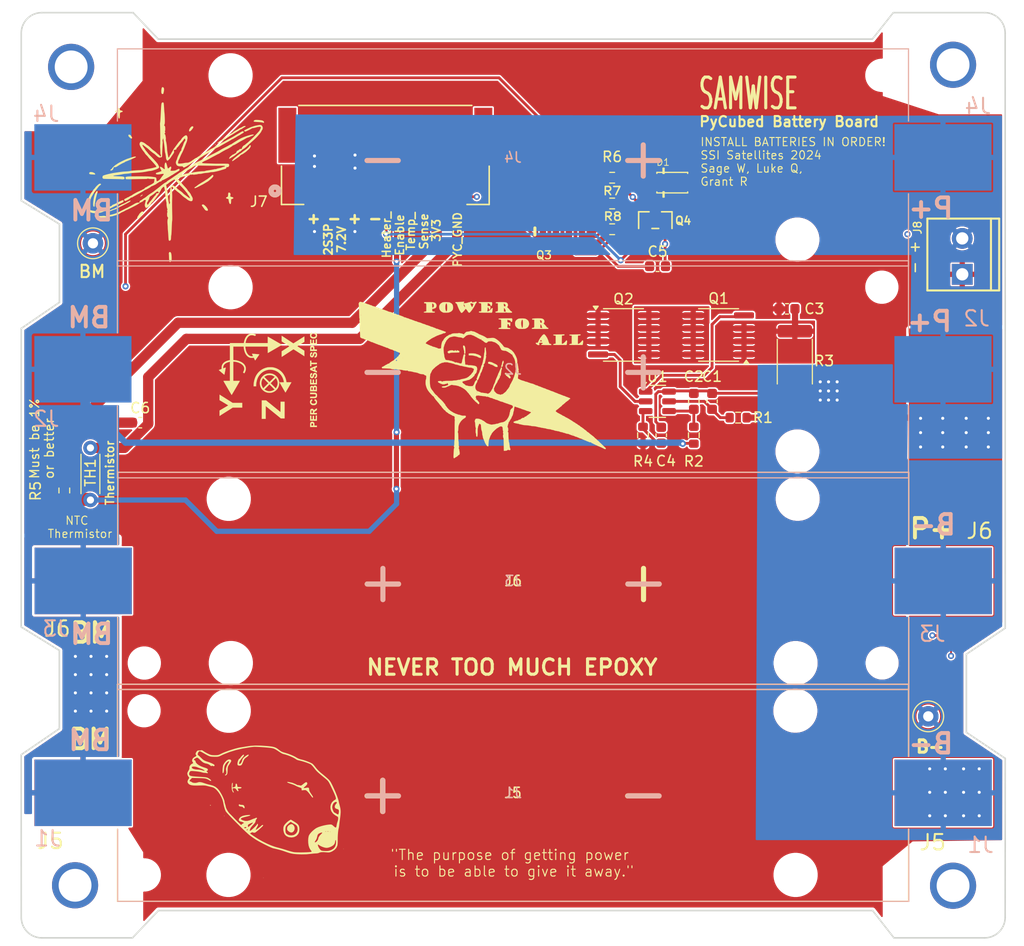
<source format=kicad_pcb>
(kicad_pcb (version 20240108) (generator "pcbnew") (generator_version "8.0")
  (title_block (title "Battery Board") (date "2024-11-14") (rev "v2C") (company "Stanford SSI") (comment 1 "Original design by Max Holiday, very small adaptations by Grant Regen") (comment 2 "More small edits made by Sage Wu and Luke Qiao"))
  (layers (0 "F.Cu" signal) (1 "In1.Cu" signal) (2 "In2.Cu" signal) (31 "B.Cu" signal) (34 "B.Paste" user) (35 "F.Paste" user) (36 "B.SilkS" user "B.Silkscreen") (37 "F.SilkS" user "F.Silkscreen") (38 "B.Mask" user) (39 "F.Mask" user) (44 "Edge.Cuts" user))
  (net 0 "")
  (net 1 "/VDD")
  (net 2 "B-")
  (net 3 "PACK-")
  (net 4 "BM")
  (net 5 "PACK+")
  (net 6 "Net-(U1-VC)")
  (net 7 "Net-(C3-Pad1)")
  (net 8 "PyCubed_AIN5")
  (net 10 "Net-(U1-V-)")
  (net 14 "Net-(Q1-G)")
  (net 15 "+3V3")
  (net 16 "Net-(Q1-D-Pad5)")
  (net 17 "Net-(Q2-G)")
  (net 18 "/HEATER")
  (net 19 "PyCubed_HIN")
  (net 20 "Net-(Q4-G)")
  (net 21 "PYCUBED_GND")
  (net 22 "Net-(Q3-Gate)")
  (footprint "ssi_connector:Keystone_1042" (layer "F.Cu") (at 101.1174 129.8448 180)
    (property "Reference" "J5")
    (property "Value" "KEYSTONE-1042")
  )
  (footprint "Package_TO_SOT_SMD:SOT-23-6" (layer "F.Cu") (at 115.189 91.694)
    (property "Reference" "U1")
    (property "Value" "R5460N233AF")
  )
  (footprint "ssi_connector:Keystone_1042" (layer "F.Cu") (at 101.1428 109.1946)
    (property "Reference" "J6")
    (property "Value" "KEYSTONE-1042")
  )
  (footprint "Capacitor_SMD:C_0603_1608Metric" (layer "F.Cu") (at 120.523 91.694 -90)
    (property "Reference" "C1")
    (property "Value" "0.1uF")
  )
  (footprint "Capacitor_SMD:C_0603_1608Metric" (layer "F.Cu") (at 118.745 91.694 -90)
    (property "Reference" "C2")
    (property "Value" "0.1uF")
  )
  (footprint "Capacitor_SMD:C_0603_1608Metric" (layer "F.Cu") (at 115.57 94.996 -90)
    (property "Reference" "C4")
    (property "Value" "0.1uF")
  )
  (footprint "Capacitor_SMD:C_0603_1608Metric" (layer "F.Cu") (at 127.8255 82.677 180)
    (property "Reference" "C3")
    (property "Value" "0.1uF")
  )
  (footprint "Resistor_SMD:R_0603_1608Metric" (layer "F.Cu") (at 123.063 93.2815 180)
    (property "Reference" "R1")
    (property "Value" "330")
  )
  (footprint "Resistor_SMD:R_0603_1608Metric" (layer "F.Cu") (at 118.745 94.996 90)
    (property "Reference" "R2")
    (property "Value" "330")
  )
  (footprint "Package_SO:SOIC-8_3.9x4.9mm_P1.27mm" (layer "F.Cu") (at 111.887 85.217)
    (property "Reference" "Q2")
    (property "Value" "IRF7458")
  )
  (footprint "Package_SO:SOIC-8_3.9x4.9mm_P1.27mm" (layer "F.Cu") (at 121.158 85.217 180)
    (property "Reference" "Q1")
    (property "Value" "IRF7458")
  )
  (footprint "Resistor_SMD:R_0603_1608Metric" (layer "F.Cu") (at 113.792 94.996 -90)
    (property "Reference" "R4")
    (property "Value" "1k")
  )
  (footprint "Resistor_SMD:R_2512_6332Metric" (layer "F.Cu") (at 128.5875 87.8205 90)
    (property "Reference" "R3")
    (property "Value" "0.01")
  )
  (footprint "TestPoint:TestPoint_Loop_D1.80mm_Drill1.0mm_Beaded" (layer "F.Cu") (at 141.5923 122.3899)
    (property "Reference" "TP1" (hide yes))
    (property "Value" "TestPoint")
  )
  (footprint "TestPoint:TestPoint_Loop_D1.80mm_Drill1.0mm_Beaded" (layer "F.Cu") (at 60.1853 76.2889)
    (property "Reference" "TP2" (hide yes))
    (property "Value" "TestPoint")
  )
  (footprint "ssi_mountinghole:MountingHole_3.2mm_M3_DIN965_PadMOD" (layer "F.Cu") (at 144.0103 138.8999)
    (property "Reference" "H4" (hide yes))
    (property "Value" "MountingHole_Pad")
  )
  (footprint "ssi_mountinghole:MountingHole_3.2mm_M3_DIN965_PadMOD" (layer "F.Cu") (at 58.0607 59.0989)
    (property "Reference" "H2" (hide yes))
    (property "Value" "MountingHole_Pad")
  )
  (footprint "ssi_mountinghole:MountingHole_3.2mm_M3_DIN965_PadMOD" (layer "F.Cu") (at 58.4417 138.8549)
    (property "Reference" "H1" (hide yes))
    (property "Value" "MountingHole_Pad")
  )
  (footprint "ssi_mountinghole:MountingHole_3.2mm_M3_DIN965_PadMOD" (layer "F.Cu") (at 144.0103 58.8899)
    (property "Reference" "H3" (hide yes))
    (property "Value" "MountingHole_Pad")
  )
  (footprint "ssi_connector:1985807" (layer "F.Cu") (at 144.9033 79.312102 90)
    (property "Reference" "J8")
    (property "Value" "1985807")
  )
  (footprint "Resistor_SMD:R_0603_1608Metric" (layer "F.Cu") (at 57.3947 100.3789 90)
    (property "Reference" "R5")
    (property "Value" "10k")
  )
  (footprint "Resistor_THT:R_Axial_DIN0204_L3.6mm_D1.6mm_P5.08mm_Horizontal" (layer "F.Cu") (at 59.9393 101.3079 90)
    (property "Reference" "TH1")
    (property "Value" "TTDO-10KC8-3-1%")
  )
  (footprint "ssi_drawings:PowerLogo" (layer "F.Cu") (at 97.672 89.637502)
    (property "Reference" "Ref**" (hide yes))
    (property "Value" "Val**" (hide yes))
  )
  (footprint "Resistor_SMD:R_0603_1608Metric" (layer "F.Cu") (at 110.7853 69.8999)
    (property "Reference" "R6")
    (property "Value" "10k")
  )
  (footprint "ssi_diode:PWRDI-123" (layer "F.Cu") (at 116.6447 70.3789)
    (property "Reference" "D1")
    (property "Value" "DFLS130L" (hide yes))
  )
  (footprint "Resistor_SMD:R_0603_1608Metric" (layer "F.Cu") (at 110.7853 72.4099 180)
    (property "Reference" "R7")
    (property "Value" "4.7k")
  )
  (footprint "ssi_transistor:SOT-23" (layer "F.Cu") (at 114.9921 74.0316)
    (property "Reference" "Q4")
    (property "Value" "IRLML2803" (hide yes))
  )
  (footprint "Capacitor_SMD:C_0603_1608Metric" (layer "F.Cu") (at 64.7917 93.7699)
    (property "Reference" "C6")
    (property "Value" "10uF")
  )
  (footprint "NetTie:NetTie-2_SMD_Pad0.5mm" (layer "F.Cu") (at 143.8111 115.0217 -90)
    (property "Reference" "NT1" (hide yes))
    (property "Value" "NetTie_2" (hide yes))
  )
  (footprint "ssi_connector:Molex_502352-0801" (layer "F.Cu") (at 88.6803 67.6799 180)
    (property "Reference" "J7")
    (property "Value" "MOLEX 502352-0801")
  )
  (footprint "ssi_drawings:star" (layer "F.Cu") (at 68.3447 69.1789)
    (property "Reference" "G***" (hide yes))
    (property "Value" "star" (hide yes))
  )
  (footprint "ssi_transistor:DMP2040USS-13" (layer "F.Cu") (at 105.9397 72.9419)
    (property "Reference" "Q3")
    (property "Value" "DMP2040USS-13" (hide yes))
  )
  (footprint "Capacitor_SMD:C_0603_1608Metric" (layer "F.Cu") (at 115.2107 78.5299)
    (property "Reference" "C5")
    (property "Value" "10uF")
  )
  (footprint "ssi_drawings:fish" (layer "F.Cu") (at 77.1947 130.3539)
    (property "Reference" "G***" (hide yes))
    (property "Value" "fish" (hide yes))
  )
  (footprint "Resistor_SMD:R_0603_1608Metric" (layer "F.Cu") (at 110.7853 74.9199)
    (property "Reference" "R8")
    (property "Value" "100k")
  )
  (footprint "ssi_connector:Keystone_1042" (layer "B.Cu") (at 101.1174 88.5698)
    (property "Reference" "J2")
    (property "Value" "KEYSTONE-1042")
  )
  (footprint "ssi_connector:Keystone_1042" (layer "B.Cu") (at 101.1428 129.8448 180)
    (property "Reference" "J1")
    (property "Value" "KEYSTONE-1042")
  )
  (footprint "ssi_connector:Keystone_1042" (layer "B.Cu") (at 101.1428 109.1946 180)
    (property "Reference" "J3")
    (property "Value" "KEYSTONE-1042")
  )
  (footprint "ssi_connector:Keystone_1042" (layer "B.Cu") (at 101.1174 67.9196)
    (property "Reference" "J4")
    (property "Value" "KEYSTONE-1042")
  )
  (footprint "ssi_drawings:XYZ_cubesat-bot" (layer "B.Cu") (at 77.2303 89.5899 -90)
    (property "Reference" "Ref**" (hide yes))
    (property "Value" "Val**" (hide yes))
  )
  (gr_arc (start 55.2003 143.9799) (mid 53.786086 143.394114) (end 53.2003 141.9799) (stroke (width 0.15)) (layer "Edge.Cuts"))
  (gr_arc (start 149.0853 141.9799) (mid 148.499514 143.394114) (end 147.0853 143.9799) (stroke (width 0.15)) (layer "Edge.Cuts"))
  (gr_arc (start 147.0853 53.8099) (mid 148.499514 54.395686) (end 149.0853 55.8099) (stroke (width 0.15)) (layer "Edge.Cuts"))
  (gr_arc (start 53.2003 55.8099) (mid 53.786086 54.395686) (end 55.2003 53.8099) (stroke (width 0.15)) (layer "Edge.Cuts"))
  (gr_line (start 55.2003 143.9799) (end 64.0395 143.9799) (stroke (width 0.15)) (layer "Edge.Cuts"))
  (gr_line (start 149.098 113.792) (end 149.0853 55.8099) (stroke (width 0.15)) (layer "Edge.Cuts"))
  (gr_line (start 136.1657 141.3187) (end 66.5697 141.3187) (stroke (width 0.15)) (layer "Edge.Cuts"))
  (gr_line (start 64.0395 143.9799) (end 66.5697 141.3187) (stroke (width 0.15)) (layer "Edge.Cuts"))
  (gr_line (start 147.0853 143.9799) (end 138.2461 143.9799) (stroke (width 0.15)) (layer "Edge.Cuts"))
  (gr_line (start 66.548 56.388) (end 64.0969 53.8099) (stroke (width 0.15)) (layer "Edge.Cuts"))
  (gr_line (start 136.144 56.388) (end 66.548 56.388) (stroke (width 0.15)) (layer "Edge.Cuts"))
  (gr_line (start 136.144 56.388) (end 138.1887 53.8099) (stroke (width 0.15)) (layer "Edge.Cuts"))
  (gr_line (start 147.0853 53.8099) (end 138.1887 53.8099) (stroke (width 0.15)) (layer "Edge.Cuts"))
  (gr_line (start 64.0969 53.8099) (end 55.2003 53.8099) (stroke (width 0.15)) (layer "Edge.Cuts"))
  (gr_line (start 53.2003 72.136) (end 53.2003 55.8099) (stroke (width 0.15)) (layer "Edge.Cuts"))
  (gr_line (start 149.0853 141.9799) (end 149.098 126.492) (stroke (width 0.15)) (layer "Edge.Cuts"))
  (gr_line (start 145.3097 123.952) (end 149.098 126.492) (stroke (width 0.15)) (layer "Edge.Cuts"))
  (gr_line (start 56.9121 115.9689) (end 53.1947 113.6829) (stroke (width 0.15)) (layer "Edge.Cuts"))
  (gr_line (start 145.3097 116.332) (end 145.3097 123.952) (stroke (width 0.15)) (layer "Edge.Cuts"))
  (gr_line (start 53.2003 84.582) (end 56.9177 82.042) (stroke (width 0.15)) (layer "Edge.Cuts"))
  (gr_line (start 56.9121 123.5889) (end 56.9121 115.9689) (stroke (width 0.15)) (layer "Edge.Cuts"))
  (gr_line (start 138.2461 143.9799) (end 136.1657 141.3187) (stroke (width 0.15)) (layer "Edge.Cuts"))
  (gr_line (start 53.2003 141.9799) (end 53.1947 126.1289) (stroke (width 0.15)) (layer "Edge.Cuts"))
  (gr_line (start 56.9177 74.422) (end 53.2003 72.136) (stroke (width 0.15)) (layer "Edge.Cuts"))
  (gr_line (start 56.9177 82.042) (end 56.9177 74.422) (stroke (width 0.15)) (layer "Edge.Cuts"))
  (gr_line (start 149.098 113.792) (end 145.3097 116.332) (stroke (width 0.15)) (layer "Edge.Cuts"))
  (gr_line (start 53.1947 126.1289) (end 56.9121 123.5889) (stroke (width 0.15)) (layer "Edge.Cuts"))
  (gr_line (start 53.1947 113.6829) (end 53.2003 84.582) (stroke (width 0.15)) (layer "Edge.Cuts"))
  (gr_text "BM" (at 60.0583 114.3889 0) (layer "B.SilkS") (effects (font (size 1.905 1.905) (thickness 0.381)) (justify mirror)))
  (gr_text "BM" (at 59.8043 83.5279 0) (layer "B.SilkS") (effects (font (size 1.905 1.905) (thickness 0.381)) (justify mirror)))
  (gr_text "BM" (at 60.0583 73.1139 0) (layer "B.SilkS") (effects (font (size 1.905 1.905) (thickness 0.381)) (justify mirror)))
  (gr_text "BM" (at 59.8895 124.7325 0) (layer "B.SilkS") (effects (font (size 1.905 1.905) (thickness 0.381)) (justify mirror)))
  (gr_text "B-" (at 141.8463 125.0569 0) (layer "B.SilkS") (effects (font (size 1.905 1.905) (thickness 0.381)) (justify mirror)))
  (gr_text "B-" (at 142.1003 103.7209 0) (layer "B.SilkS") (effects (font (size 1.905 1.905) (thickness 0.381)) (justify mirror)))
  (gr_text "P+" (at 141.7193 83.9089 0) (layer "B.SilkS") (effects (font (size 1.905 1.905) (thickness 0.381)) (justify mirror)))
  (gr_text "P+" (at 141.8463 72.8599 0) (layer "B.SilkS") (effects (font (size 1.905 1.905) (thickness 0.381)) (justify mirror)))
  (gr_text "J4" (at 57.0447 64.5599 0) (layer "B.SilkS") (effects (font (size 1.5 1.5) (thickness 0.2)) (justify left bottom mirror)))
  (gr_text "J3\n\n" (at 57.9617 117.1419 0) (layer "B.SilkS") (effects (font (size 1.5 1.5) (thickness 0.2)) (justify left bottom mirror)))
  (gr_text "J3\n\n" (at 143.4047 117.6459 0) (layer "B.SilkS") (effects (font (size 1.5 1.5) (thickness 0.2)) (justify left bottom mirror)))
  (gr_text "J4" (at 147.8497 63.7979 0) (layer "B.SilkS") (effects (font (size 1.5 1.5) (thickness 0.2)) (justify left bottom mirror)))
  (gr_text "J1\n" (at 148.1037 135.8069 0) (layer "B.SilkS") (effects (font (size 1.5 1.5) (thickness 0.2)) (justify left bottom mirror)))
  (gr_text "J2\n\n\n" (at 147.7227 89.3249 0) (layer "B.SilkS") (effects (font (size 1.5 1.5) (thickness 0.2)) (justify left bottom mirror)))
  (gr_text "J1\n" (at 57.1717 135.1719 0) (layer "B.SilkS") (effects (font (size 1.5 1.5) (thickness 0.2)) (justify left bottom mirror)))
  (gr_text "J2\n\n\n" (at 57.0447 99.1039 0) (layer "B.SilkS") (effects (font (size 1.5 1.5) (thickness 0.2)) (justify left bottom mirror)))
  (gr_text "BM" (at 59.9313 124.6309 0) (layer "F.SilkS") (effects (font (size 1.905 1.905) (thickness 0.381))))
  (gr_text "B-" (at 141.7791 125.3421 0) (layer "F.SilkS") (effects (font (size 1.2 1.2) (thickness 0.3))))
  (gr_text "P+" (at 141.9733 104.1019 0) (layer "F.SilkS") (effects (font (size 1.905 1.905) (thickness 0.381))))
  (gr_text "NTC \nThermistor" (at 58.9243 103.9553 0) (layer "F.SilkS") (effects (font (size 0.8 0.8) (thickness 0.1))))
  (gr_text "2S3P\n7.2V" (at 83.7655 75.9137 90) (layer "F.SilkS") (effects (font (size 0.8 0.8) (thickness 0.175))))
  (gr_text "- +" (at 140.2551 77.6663 90) (layer "F.SilkS") (effects (font (size 1 1))))
  (gr_text "INSTALL BATTERIES IN ORDER!\nSSI Satellites 2024\nSage W, Luke Q,\nGrant R\n" (at 119.3255 68.3445 0) (layer "F.SilkS") (effects (font (size 0.8 0.8) (thickness 0.1)) (justify left)))
  (gr_text "BM" (at 60.0927 79.0379 0) (layer "F.SilkS") (effects (font (size 1.2 1.2) (thickness 0.2))))
  (gr_text "Heater_\nEnable" (at 89.4447 75.4789 90) (layer "F.SilkS") (effects (font (size 0.8 0.8))))
  (gr_text "Temp_\nSense" (at 91.7947 75.1289 90) (layer "F.SilkS") (effects (font (size 0.8 0.8))))
  (gr_text "Thermistor" (at 61.8363 98.6663 90) (layer "F.SilkS") (effects (font (size 0.8 0.8))))
  (gr_text "J5" (at 54.6317 135.4259 0) (layer "F.SilkS") (effects (font (size 1.5 1.5) (thickness 0.2)) (justify left bottom)))
  (gr_text "J6\n" (at 55.2947 114.7289 0) (layer "F.SilkS") (effects (font (size 1.5 1.5) (thickness 0.2)) (justify left bottom)))
  (gr_text "J5" (at 140.6107 135.5529 0) (layer "F.SilkS") (effects (font (size 1.5 1.5) (thickness 0.2)) (justify left bottom)))
  (gr_text "J6\n" (at 145.1827 105.1999 0) (layer "F.SilkS") (effects (font (size 1.5 1.5) (thickness 0.2)) (justify left bottom)))
  (gr_text "{dblquote}The purpose of getting power \nis to be able to give it away.{dblquote}" (at 101.1899 136.6959 0) (layer "F.SilkS") (effects (font (size 1 1) (thickness 0.1))))
  (gr_text "SAMWISE" (at 124.0753 61.7151 0) (layer "F.SilkS") (effects (font (size 3 1.5) (thickness 0.3))))
  (gr_text "3V3" (at 93.6447 75.0289 90) (layer "F.SilkS") (effects (font (size 0.8 0.8))))
  (gr_text "PYC_GND" (at 95.7197 75.9289 90) (layer "F.SilkS") (effects (font (size 0.8 0.8))))
  (gr_text "PyCubed Battery Board" (at 128.0377 64.4329 0) (layer "F.SilkS") (effects (font (size 1 1) (thickness 0.2))))
  (gr_text "- + - +" (at 84.6963 74.0029 180) (layer "F.SilkS") (effects (font (size 1 1) (thickness 0.25))))
  (gr_text "BM" (at 60.0583 114.2619 0) (layer "F.SilkS") (effects (font (size 1.905 1.905) (thickness 0.381))))
  (gr_text "NEVER TOO MUCH EPOXY" (at 101.0303 117.6099 0) (layer "F.SilkS") (effects (font (size 1.5 1.5) (thickness 0.3))))
  (gr_text "Must be 1%\nor better" (at 56.4447 99.3289 90) (layer "F.SilkS") (effects (font (size 0.889 0.889) (thickness 0.127)) (justify left bottom)))
  (segment (start 119.761 91.694) (end 120.523 92.456) (width 0.2794) (layer "F.Cu") (net 1))
  (segment (start 121.323 93.2815) (end 120.523 92.4815) (width 0.2794) (layer "F.Cu") (net 1))
  (segment (start 122.2755 93.2815) (end 121.323 93.2815) (width 0.2794) (layer "F.Cu") (net 1))
  (segment (start 116.589 91.694) (end 119.761 91.694) (width 0.2794) (layer "F.Cu") (net 1))
  (segment (start 120.523 92.456) (end 120.523 92.4815) (width 0.2794) (layer "F.Cu") (net 1))
  (segment (start 118.745 90.678) (end 120.2945 90.678) (width 0.2794) (layer "F.Cu") (net 2))
  (segment (start 120.523 90.9065) (end 128.4015 90.9065) (width 0.2794) (layer "F.Cu") (net 2))
  (segment (start 118.745 90.9065) (end 118.745 90.678) (width 0.2794) (layer "F.Cu") (net 2))
  (segment (start 115.0329 91.0013) (end 115.2902 90.744) (width 0.27178) (layer "F.Cu") (net 2))
  (segment (start 120.2945 90.678) (end 120.523 90.9065) (width 0.2794) (layer "F.Cu") (net 2))
  (segment (start 115.2902 90.744) (end 116.3265 90.744) (width 0.27178) (layer "F.Cu") (net 2))
  (segment (start 116.655 90.678) (end 118.745 90.678) (width 0.2794) (layer "F.Cu") (net 2))
  (segment (start 115.57 94.2085) (end 115.0329 93.6714) (width 0.27178) (layer "F.Cu") (net 2))
  (segment (start 128.4015 90.9065) (end 128.5875 90.7205) (width 0.2794) (layer "F.Cu") (net 2))
  (segment (start 116.589 90.744) (end 116.655 90.678) (width 0.2794) (layer "F.Cu") (net 2))
  (segment (start 115.0329 93.6714) (end 115.0329 91.0013) (width 0.27178) (layer "F.Cu") (net 2))
  (via (at 143.256 129.794) (size 0.6) (drill 0.3) (layers "F.Cu" "B.Cu") (net 2))
  (via (at 146.558 129.794) (size 0.6) (drill 0.3) (layers "F.Cu" "B.Cu") (net 2))
  (via (at 145.034 129.794) (size 0.6) (drill 0.3) (layers "F.Cu" "B.Cu") (net 2))
  (via (at 141.732 129.794) (size 0.6) (drill 0.3) (layers "F.Cu" "B.Cu") (net 2))
  (via (at 146.558 132.08) (size 0.6) (drill 0.3) (layers "F.Cu" "B.Cu") (net 2))
  (via (at 141.732 132.08) (size 0.6) (drill 0.3) (layers "F.Cu" "B.Cu") (net 2))
  (via (at 143.256 132.08) (size 0.6) (drill 0.3) (layers "F.Cu" "B.Cu") (net 2))
  (via (at 145.034 132.08) (size 0.6) (drill 0.3) (layers "F.Cu" "B.Cu") (net 2))
  (via (at 131.8731 90.678) (size 0.6) (drill 0.3) (layers "F.Cu" "B.Cu") (net 2))
  (via (at 132.7113 90.678) (size 0.6) (drill 0.3) (layers "F.Cu" "B.Cu") (net 2))
  (via (at 131.064 90.678) (size 0.6) (drill 0.3) (layers "F.Cu" "B.Cu") (net 2))
  (via (at 131.8731 91.567) (size 0.6) (drill 0.3) (layers "F.Cu" "B.Cu") (net 2))
  (via (at 131.064 91.567) (size 0.6) (drill 0.3) (layers "F.Cu" "B.Cu") (net 2))
  (via (at 132.7113 91.567) (size 0.6) (drill 0.3) (layers "F.Cu" "B.Cu") (net 2))
  (via (at 143.256 127.508) (size 0.6) (drill 0.3) (layers "F.Cu" "B.Cu") (net 2))
  (via (at 146.558 127.508) (size 0.6) (drill 0.3) (layers "F.Cu" "B.Cu") (net 2))
  (via (at 145.034 127.508) (size 0.6) (drill 0.3) (layers "F.Cu" "B.Cu") (net 2))
  (via (at 131.8731 89.789) (size 0.6) (drill 0.3) (layers "F.Cu" "B.Cu") (net 2))
  (via (at 141.732 127.508) (size 0.6) (drill 0.3) (layers "F.Cu" "B.Cu") (net 2))
  (via (at 131.064 89.789) (size 0.6) (drill 0.3) (layers "F.Cu" "B.Cu") (net 2))
  (via (at 132.7113 89.789) (size 0.6) (drill 0.3) (layers "F.Cu" "B.Cu") (net 2))
  (segment (start 117.703498 95.7835) (end 117.665498 95.8215) (width 0.2794) (layer "F.Cu") (net 4))
  (segment (start 118.745 95.7835) (end 117.703498 95.7835) (width 0.2794) (layer "F.Cu") (net 4))
  (via (at 59.9957 121.8819) (size 0.6) (drill 0.3) (layers "F.Cu" "B.Cu") (net 4))
  (via (at 59.9957 118.3259) (size 0.6) (drill 0.3) (layers "F.Cu" "B.Cu") (net 4))
  (via (at 59.9957 120.1039) (size 0.6) (drill 0.3) (layers "F.Cu" "B.Cu") (net 4))
  (via (at 59.9957 116.5479) (size 0.6) (drill 0.3) (layers "F.Cu" "B.Cu") (net 4))
  (via (at 61.5197 116.5479) (size 0.6) (drill 0.3) (layers "F.Cu" "B.Cu") (net 4))
  (via (at 61.5197 118.3259) (size 0.6) (drill 0.3) (layers "F.Cu" "B.Cu") (net 4))
  (via (at 61.5197 121.8819) (size 0.6) (drill 0.3) (layers "F.Cu" "B.Cu") (net 4))
  (via (at 61.5197 120.1039) (size 0.6) (drill 0.3) (layers "F.Cu" "B.Cu") (net 4))
  (via (at 58.4717 120.1039) (size 0.6) (drill 0.3) (layers "F.Cu" "B.Cu") (net 4))
  (via (at 58.4717 118.3259) (size 0.6) (drill 0.3) (layers "F.Cu" "B.Cu") (net 4))
  (via (at 58.4717 116.5479) (size 0.6) (drill 0.3) (layers "F.Cu" "B.Cu") (net 4))
  (via (at 58.4717 121.8819) (size 0.6) (drill 0.3) (layers "F.Cu" "B.Cu") (net 4))
  (via (at 117.665498 95.8215) (size 0.6) (drill 0.3) (layers "F.Cu" "B.Cu") (net 4))
  (segment (start 117.563898 95.7199) (end 117.665498 95.8215) (width 0.6096) (layer "B.Cu") (net 4))
  (segment (start 59.2074 88.5698) (end 59.2074 91.567) (width 0.6096) (layer "B.Cu") (net 4))
  (segment (start 59.2074 91.567) (end 63.3603 95.7199) (width 0.6096) (layer "B.Cu") (net 4))
  (segment (start 63.3603 95.7199) (end 117.563898 95.7199) (width 0.6096) (layer "B.Cu") (net 4))
  (segment (start 85.7123 71.2729) (end 85.7763 71.2089) (width 0.6096) (layer "F.Cu") (net 5))
  (segment (start 81.776301 71.2089) (end 81.776301 68.796901) (width 0.6096) (layer "F.Cu") (net 5))
  (segment (start 81.7753 71.209901) (end 81.776301 71.2089) (width 1.27) (layer "F.Cu") (net 5))
  (segment (start 85.680301 69.005699) (end 85.725 68.961) (width 0.27178) (layer "F.Cu") (net 5))
  (segment (start 85.725 71.1576) (end 85.7763 71.2089) (width 0.6096) (layer "F.Cu") (net 5))
  (segment (start 85.725 67.691) (end 85.725 68.961) (width 0.6096) (layer "F.Cu") (net 5))
  (segment (start 140.7795 93.2815) (end 140.843 93.345) (width 0.6096) (layer "F.Cu") (net 5))
  (segment (start 81.776301 68.796901) (end 81.7753 68.7959) (width 0.6096) (layer "F.Cu") (net 5))
  (segment (start 85.725 68.961) (end 85.725 71.1576) (width 0.6096) (layer "F.Cu") (net 5))
  (segment (start 81.7753 71.280899) (end 81.680301 71.1859) (width 1.27) (layer "F.Cu") (net 5))
  (segment (start 85.680301 71.1859) (end 85.680301 69.005699) (width 0.27178) (layer "F.Cu") (net 5))
  (segment (start 123.8505 93.2815) (end 140.7795 93.2815) (width 0.6096) (layer "F.Cu") (net 5))
  (segment (start 85.7123 75.1459) (end 85.680301 75.113901) (width 0.27178) (layer "F.Cu") (net 5))
  (segment (start 81.7753 75.1459) (end 81.7753 71.280899) (width 1.27) (layer "F.Cu") (net 5))
  (segment (start 85.680301 75.113901) (end 85.680301 71.1859) (width 1.27) (layer "F.Cu") (net 5))
  (segment (start 81.7753 67.7799) (end 81.7753 68.7959) (width 0.6096) (layer "F.Cu") (net 5))
  (via (at 140.843 94.742) (size 0.6) (drill 0.3) (layers "F.Cu" "B.Cu") (net 5))
  (via (at 143.002 94.742) (size 0.6) (drill 0.3) (layers "F.Cu" "B.Cu") (net 5))
  (via (at 145.288 94.742) (size 0.6) (drill 0.3) (layers "F.Cu" "B.Cu") (net 5))
  (via (at 147.447 94.742) (size 0.6) (drill 0.3) (layers "F.Cu" "B.Cu") (net 5))
  (via (at 145.288 96.139) (size 0.6) (drill 0.3) (layers "F.Cu" "B.Cu") (net 5))
  (via (at 140.843 96.139) (size 0.6) (drill 0.3) (layers "F.Cu" "B.Cu") (net 5))
  (via (at 143.002 96.139) (size 0.6) (drill 0.3) (layers "F.Cu" "B.Cu") (net 5))
  (via (at 147.447 96.139) (size 0.6) (drill 0.3) (layers "F.Cu" "B.Cu") (net 5))
  (via (at 140.843 93.345) (size 0.6) (drill 0.3) (layers "F.Cu" "B.Cu") (net 5))
  (via (at 85.7123 75.1459) (size 0.6) (drill 0.3) (layers "F.Cu" "B.Cu") (net 5))
  (via (at 143.002 93.345) (size 0.6) (drill 0.3) (layers "F.Cu" "B.Cu") (net 5))
  (via (at 81.7753 67.7799) (size 0.6) (drill 0.3) (layers "F.Cu" "B.Cu") (net 5))
  (via (at 85.725 67.691) (size 0.6) (drill 0.3) (layers "F.Cu" "B.Cu") (net 5))
  (via (at 81.7753 75.1459) (size 0.6) (drill 0.3) (layers "F.Cu" "B.Cu") (net 5))
  (via (at 147.447 93.345) (size 0.6) (drill 0.3) (layers "F.Cu" "B.Cu") (net 5))
  (via (at 81.7753 68.7959) (size 0.6) (drill 0.3) (layers "F.Cu" "B.Cu") (net 5))
  (via (at 145.288 93.345) (size 0.6) (drill 0.3) (layers "F.Cu" "B.Cu") (net 5))
  (via (at 85.725 68.961) (size 0.6) (drill 0.3) (layers "F.Cu" "B.Cu") (net 5))
  (segment (start 118.745 92.4815) (end 118.745 94.2085) (width 0.27178) (layer "F.Cu") (net 6))
  (segment (start 116.589 92.644) (end 118.5825 92.644) (width 0.2794) (layer "F.Cu") (net 6))
  (segment (start 128.613 84.895) (end 128.5875 84.9205) (width 0.6096) (layer "F.Cu") (net 7))
  (segment (start 128.613 82.677) (end 128.613 84.895) (width 0.6096) (layer "F.Cu") (net 7))
  (segment (start 57.3913 101.2464) (end 59.8778 101.2464) (width 1.27) (layer "F.Cu") (net 8))
  (segment (start 89.7763 74.715499) (end 91.680299 72.8115) (width 0.508) (layer "F.Cu") (net 8))
  (segment (start 59.8778 101.2464) (end 59.9393 101.3079) (width 1.27) (layer "F.Cu") (net 8))
  (segment (start 91.680299 72.8115) (end 91.680299 71.1859) (width 0.508) (layer "F.Cu") (net 8))
  (segment (start 89.7599 94.7203) (end 89.7763 94.7039) (width 0.508) (layer "F.Cu") (net 8))
  (segment (start 89.7599 100.2215) (end 89.7599 94.7203) (width 0.508) (layer "F.Cu") (net 8))
  (segment (start 89.7763 78.0669) (end 89.7763 74.715499) (width 0.508) (layer "F.Cu") (net 8))
  (via (at 89.7763 78.0669) (size 0.6) (drill 0.3) (layers "F.Cu" "B.Cu") (net 8))
  (via (at 89.7599 100.2215) (size 0.6) (drill 0.3) (layers "F.Cu" "B.Cu") (net 8))
  (via (at 89.7763 94.7039) (size 0.6) (drill 0.3) (layers "F.Cu" "B.Cu") (net 8))
  (segment (start 89.7763 101.6889) (end 89.7763 100.2379) (width 0.508) (layer "B.Cu") (net 8))
  (segment (start 72.2503 104.3559) (end 87.1093 104.3559) (width 0.508) (layer "B.Cu") (net 8))
  (segment (start 69.2023 101.3079) (end 72.2503 104.3559) (width 0.508) (layer "B.Cu") (net 8))
  (segment (start 89.7763 94.7039) (end 89.7763 78.0669) (width 0.508) (layer "B.Cu") (net 8))
  (segment (start 60.4393 101.3079) (end 69.2023 101.3079) (width 0.508) (layer "B.Cu") (net 8))
  (segment (start 89.7763 100.2379) (end 89.7599 100.2215) (width 0.508) (layer "B.Cu") (net 8))
  (segment (start 87.1093 104.3559) (end 89.7763 101.6889) (width 0.508) (layer "B.Cu") (net 8))
  (segment (start 113.792 94.2085) (end 113.792 94.361) (width 0.2794) (layer "F.Cu") (net 10))
  (segment (start 113.789 94.2055) (end 113.792 94.2085) (width 0.2794) (layer "F.Cu") (net 10))
  (segment (start 113.789 92.644) (end 113.789 94.2055) (width 0.2794) (layer "F.Cu") (net 10))
  (segment (start 115.2145 95.7835) (end 115.57 95.7835) (width 0.2794) (layer "F.Cu") (net 10))
  (segment (start 113.792 94.361) (end 115.2145 95.7835) (width 0.2794) (layer "F.Cu") (net 10))
  (segment (start 119.761 89.154) (end 115.57 89.154) (width 0.2794) (layer "F.Cu") (net 14))
  (segment (start 121.285 83.439) (end 120.523 84.201) (width 0.2794) (layer "F.Cu") (net 14))
  (segment (start 120.523 88.392) (end 119.761 89.154) (width 0.2794) (layer "F.Cu") (net 14))
  (segment (start 115.57 89.2255) (end 114.0515 90.744) (width 0.2794) (layer "F.Cu") (net 14))
  (segment (start 123.506 83.439) (end 121.285 83.439) (width 0.2794) (layer "F.Cu") (net 14))
  (segment (start 120.523 84.201) (end 120.523 88.392) (width 0.2794) (layer "F.Cu") (net 14))
  (segment (start 115.57 89.154) (end 115.57 89.2255) (width 0.2794) (layer "F.Cu") (net 14))
  (segment (start 123.633 83.312) (end 123.506 83.439) (width 0.2794) (layer "F.Cu") (net 14))
  (segment (start 96.2697 68.6289) (end 103.2751 75.6343) (width 0.27178) (layer "F.Cu") (net 15))
  (segment (start 58.9497 93.7699) (end 64.0167 93.7699) (width 1) (layer "F.Cu") (net 15))
  (segment (start 57.3947 98.3248) (end 57.3947 99.5539) (width 1) (layer "F.Cu") (net 15))
  (segment (start 109.68021 76.84999) (end 111.36012 78.5299) (width 0.27178) (layer "F.Cu") (net 15))
  (segment (start 106.5747 75.6343) (end 106.5747 76.6589) (width 0.27178) (layer "F.Cu") (net 15))
  (segment (start 57.3913 98.3214) (end 57.3913 95.1251) (width 1) (layer "F.Cu") (net 15))
  (segment (start 109.2013 77.3289) (end 109.68021 76.84999) (width 0.27178) (layer "F.Cu") (net 15))
  (segment (start 106.5747 76.6589) (end 107.2447 77.3289) (width 0.27178) (layer "F.Cu") (net 15))
  (segment (start 57.3913 98.3214) (end 57.3947 98.3248) (width 1) (layer "F.Cu") (net 15))
  (segment (start 58.8481 93.6683) (end 58.9497 93.7699) (width 0.27178) (layer "F.Cu") (net 15))
  (segment (start 109.68021 76.84999) (end 111.6103 74.9199) (width 0.27178) (layer "F.Cu") (net 15))
  (segment (start 93.6803 75.8033) (end 93.6803 71.1859) (width 1) (layer "F.Cu") (net 15))
  (segment (start 57.3913 95.1251) (end 58.8481 93.6683) (width 1) (layer "F.Cu") (net 15))
  (segment (start 95.234 68.6289) (end 96.2697 68.6289) (width 0.27178) (layer "F.Cu") (net 15))
  (segment (start 93.6803 71.1859) (end 93.6803 70.1826) (width 0.27178) (layer "F.Cu") (net 15))
  (segment (start 85.4477 84.0359) (end 93.6803 75.8033) (width 1) (layer "F.Cu") (net 15))
  (segment (start 111.36012 78.5299) (end 114.4357 78.5299) (width 0.27178) (layer "F.Cu") (net 15))
  (segment (start 103.2751 75.6343) (end 106.5747 75.6343) (width 0.27178) (layer "F.Cu") (net 15))
  (segment (start 107.2447 77.3289) (end 109.2013 77.3289) (width 0.27178) (layer "F.Cu") (net 15))
  (segment (start 93.6803 70.1826) (end 95.234 68.6289) (width 0.27178) (layer "F.Cu") (net 15))
  (segment (start 58.8481 93.6683) (end 68.4805 84.0359) (width 1) (layer "F.Cu") (net 15))
  (segment (start 68.4805 84.0359) (end 85.4477 84.0359) (width 1) (layer "F.Cu") (net 15))
  (segment (start 111.5695 90.2539) (end 111.5695 87.6935) (width 0.2794) (layer "F.Cu") (net 17))
  (segment (start 110.998 87.122) (end 109.412 87.122) (width 0.2794) (layer "F.Cu") (net 17))
  (segment (start 113.0096 91.694) (end 111.5695 90.2539) (width 0.2794) (layer "F.Cu") (net 17))
  (segment (start 113.789 91.694) (end 113.0096 91.694) (width 0.2794) (layer "F.Cu") (net 17))
  (segment (start 111.5695 87.6935) (end 110.998 87.122) (width 0.2794) (layer "F.Cu") (net 17))
  (segment (start 112.60363 68.76323) (end 114.2193 70.3789) (width 0.27178) (layer "F.Cu") (net 18))
  (segment (start 108.36057 68.76323) (end 99.75724 60.1599) (width 0.27178) (layer "F.Cu") (net 18))
  (segment (start 106.5747 70.2495) (end 105.3047 70.2495) (width 0.27178) (layer "F.Cu") (net 18))
  (segment (start 107.8447 70.2495) (end 106.5747 70.2495) (width 0.27178) (layer "F.Cu") (net 18))
  (segment (start 107.8447 69.2791) (end 107.8447 70.2495) (width 0.27178) (layer "F.Cu") (net 18))
  (segment (start 99.75724 60.1599) (end 78.6003 60.1599) (width 0.27178) (layer "F.Cu") (net 18))
  (segment (start 78.6003 60.1599) (end 63.3603 75.3999) (width 0.27178) (layer "F.Cu") (net 18))
  (segment (start 105.3047 70.2495) (end 104.0347 70.2495) (width 0.27178) (layer "F.Cu") (net 18))
  (segment (start 63.3603 75.3999) (end 63.3603 80.4799) (width 0.27178) (layer "F.Cu") (net 18))
  (segment (start 108.36057 68.76323) (end 107.8447 69.2791) (width 0.27178) (layer "F.Cu") (net 18))
  (segment (start 114.2193 70.3789) (end 115.6447 70.3789) (width 0.27178) (layer "F.Cu") (net 18))
  (segment (start 143.8111 116.5029) (end 143.8111 115.5217) (width 0.1778) (layer "F.Cu") (net 18))
  (segment (start 108.36057 68.76323) (end 112.60363 68.76323) (width 0.27178) (layer "F.Cu") (net 18))
  (via (at 139.5603 75.3999) (size 0.6) (drill 0.3) (layers "F.Cu" "B.Cu") (net 18))
  (via (at 63.3603 80.4799) (size 0.6) (drill 0.3) (layers "F.Cu" "B.Cu") (net 18))
  (via (at 143.8111 116.5029) (size 0.6) (drill 0.3) (layers "F.Cu" "B.Cu") (net 18))
  (segment (start 112.27319 77.28701) (end 111.6203 77.9399) (width 0.27178) (layer "F.Cu") (net 19))
  (segment (start 112.27319 74.32279) (end 112.27319 77.28701) (width 0.27178) (layer "F.Cu") (net 19))
  (segment (start 109.9603 72.4099) (end 110.3603 72.4099) (width 0.27178) (layer "F.Cu") (net 19))
  (segment (start 88.7603 72.105901) (end 89.680301 71.1859) (width 0.27178) (layer "F.Cu") (net 19))
  (segment (start 110.3603 72.4099) (end 112.27319 74.32279) (width 0.27178) (layer "F.Cu") (net 19))
  (segment (start 88.7603 75.3999) (end 88.7603 72.105901) (width 0.27178) (layer "F.Cu") (net 19))
  (via (at 111.6203 77.9399) (size 0.6) (drill 0.3) (layers "F.Cu" "B.Cu") (net 19))
  (via (at 88.7603 75.3999) (size 0.6) (drill 0.3) (layers "F.Cu" "B.Cu") (net 19))
  (segment (start 111.6203 77.9399) (end 109.0803 75.3999) (width 0.27178) (layer "B.Cu") (net 19))
  (segment (start 109.0803 75.3999) (end 88.7603 75.3999) (width 0.27178) (layer "B.Cu") (net 19))
  (segment (start 109.9603 70.7599) (end 111.6103 72.4099) (width 0.27178) (layer "F.Cu") (net 20))
  (segment (start 109.9603 69.8999) (end 109.9603 70.7599) (width 0.27178) (layer "F.Cu") (net 20))
  (segment (start 111.6103 72.4099) (end 111.6103 72.6056) (width 0.27178) (layer "F.Cu") (net 20))
  (segment (start 111.6103 72.6056) (end 114.0396 75.0349) (width 0.27178) (layer "F.Cu") (net 20))
  (segment (start 65.5697 93.7669) (end 65.5697 89.3289) (width 1) (layer "F.Cu") (net 21))
  (segment (start 115.9446 76.354) (end 115.9446 78.4888) (width 0.27178) (layer "F.Cu") (net 21))
  (segment (start 115.351184 75.0349) (end 114.427894 74.11161) (width 0.27178) (layer "F.Cu") (net 21))
  (segment (start 115.9446 78.4888) (end 115.9857 78.5299) (width 0.27178) (layer "F.Cu") (net 21))
  (segment (start 112.7697 71.7789) (end 111.6103 70.6195) (width 0.27178) (layer "F.Cu") (net 21))
  (segment (start 115.9446 75.0349) (end 115.9446 76.3538) (width 0.27178) (layer "F.Cu") (net 21))
  (segment (start 69.2947 85.6039) (end 86.1697 85.6039) (width 1) (layer "F.Cu") (net 21))
  (segment (start 115.9446 75.0349) (end 115.351184 75.0349) (width 0.27178) (layer "F.Cu") (net 21))
  (segment (start 65.5667 93.7699) (end 65.5697 93.7669) (width 1) (layer "F.Cu") (net 21))
  (segment (start 65.5667 93.89981) (end 65.5667 93.7699) (width 1) (layer "F.Cu") (net 21))
  (segment (start 115.9447 76.3539) (end 115.9446 76.354) (width 0.27178) (layer "F.Cu") (net 21))
  (segment (start 97.5947 71.7539) (end 96.248301 71.7539) (width 0.27178) (layer "F.Cu") (net 21))
  (segment (start 115.9446 76.3538) (end 115.9447 76.3539) (width 0.27178) (layer "F.Cu") (net 21))
  (segment (start 95.680301 76.093299) (end 95.680301 71.1859) (width 1) (layer "F.Cu") (net 21))
  (segment (start 112.7947 71.7789) (end 112.7697 71.7789) (width 0.27178) (layer "F.Cu") (net 21))
  (segment (start 115.9446 75.0349) (end 115.9446 72.629) (width 0.27178) (layer "F.Cu") (net 21))
  (segment (start 86.1697 85.6039) (end 95.680301 76.093299) (width 1) (layer "F.Cu") (net 21))
  (segment (start 114.427894 74.11161) (end 114.427894 73.437094) (width 0.27178) (layer "F.Cu") (net 21))
  (segment (start 142.0125 114.5217) (end 141.9947 114.5039) (width 0.27178) (layer "F.Cu") (net 21))
  (segment (start 59.9393 96.2279) (end 63.23861 96.2279) (width 1) (layer "F.Cu") (net 21))
  (segment (start 115.9446 72.629) (end 118.1947 70.3789) (width 0.27178) (layer "F.Cu") (net 21))
  (segment (start 111.6103 70.6195) (end 111.6103 69.8999) (width 0.27178) (layer "F.Cu") (net 21))
  (segment (start 63.23861 96.2279) (end 65.5667 93.89981) (width 1) (layer "F.Cu") (net 21))
  (segment (start 96.248301 71.7539) (end 95.680301 71.1859) (width 0.27178) (layer "F.Cu") (net 21))
  (segment (start 114.427894 73.437094) (end 112.7947 71.8039) (width 0.27178) (layer "F.Cu") (net 21))
  (segment (start 112.7947 71.8039) (end 112.7947 71.7789) (width 0.27178) (layer "F.Cu") (net 21))
  (segment (start 143.8111 114.5217) (end 142.0125 114.5217) (width 0.27178) (layer "F.Cu") (net 21))
  (segment (start 65.5697 89.3289) (end 69.2947 85.6039) (width 1) (layer "F.Cu") (net 21))
  (via (at 115.9447 76.3539) (size 0.6) (drill 0.3) (layers "F.Cu" "B.Cu") (net 21))
  (via (at 141.9947 114.5039) (size 0.6) (drill 0.3) (layers "F.Cu" "B.Cu") (net 21))
  (via (at 97.5947 71.7539) (size 0.6) (drill 0.3) (layers "F.Cu" "B.Cu") (net 21))
  (via (at 112.7947 71.7789) (size 0.6) (drill 0.3) (layers "F.Cu" "B.Cu") (net 21))
  (segment (start 112.002036 69.16201) (end 112.27319 69.433164) (width 0.27178) (layer "F.Cu") (net 22))
  (segment (start 112.27319 69.99883) (end 114.9921 72.71774) (width 0.27178) (layer "F.Cu") (net 22))
  (segment (start 112.27319 69.433164) (end 112.27319 69.99883) (width 0.27178) (layer "F.Cu") (net 22))
  (segment (start 109.2459 75.6343) (end 109.9603 74.9199) (width 0.27178) (layer "F.Cu") (net 22))
  (segment (start 109.29741 69.433164) (end 109.568564 69.16201) (width 0.27178) (layer "F.Cu") (net 22))
  (segment (start 109.9603 74.9199) (end 109.29741 74.25701) (width 0.27178) (layer "F.Cu") (net 22))
  (segment (start 109.568564 69.16201) (end 112.002036 69.16201) (width 0.27178) (layer "F.Cu") (net 22))
  (segment (start 107.8447 75.6343) (end 109.2459 75.6343) (width 0.27178) (layer "F.Cu") (net 22))
  (segment (start 114.9921 72.71774) (end 114.9921 73.1553) (width 0.27178) (layer "F.Cu") (net 22))
  (segment (start 109.29741 74.25701) (end 109.29741 69.433164) (width 0.27178) (layer "F.Cu") (net 22))
  (zone (net 0) (net_name "") (layer "F.Cu") (connect_pads (clearance 0)) (min_thickness 0.254)
    (keepout (tracks allowed) (vias allowed) (pads allowed) (copperpour not_allowed) (footprints allowed))
    (fill (thermal_gap 0.508) (thermal_bridge_width 0.508))
    (polygon (pts (xy 142.6083 63.7159) (xy 137.16 61.9379) (xy 137.16 52.832) (xy 149.86 52.832) (xy 149.86 63.7159)))
  )
  (zone (net 2) (net_name "B-") (layer "F.Cu") (priority 2) (connect_pads (clearance 0.1524)) (min_thickness 0.1524) (fill yes (thermal_gap 0.254) (thermal_bridge_width 0.508))
    (polygon (pts (xy 133.096 92.202) (xy 126.492 92.202) (xy 126.492 89.408) (xy 133.096 89.408)))
  )
  (zone (net 3) (net_name "PACK-") (layer "F.Cu") (connect_pads (clearance 0.1524)) (min_thickness 0.1524) (fill yes (thermal_gap 0.1524) (thermal_bridge_width 0.508))
    (polygon (pts (xy 149.86 144.78) (xy 53.34 144.78) (xy 53.34 53.34) (xy 149.86 53.34)))
  )
  (zone (net 5) (net_name "PACK+") (layer "F.Cu") (priority 3) (connect_pads (clearance 0.254)) (min_thickness 0.1524) (fill yes (thermal_gap 0.1524) (thermal_bridge_width 0.508))
    (polygon (pts (xy 149.098 113.286067) (xy 139.7 113.286067) (xy 139.7 84.584067) (xy 149.098 84.584067)))
  )
  (zone (net 7) (net_name "Net-(C3-Pad1)") (layer "F.Cu") (priority 3) (connect_pads (clearance 0.1524)) (min_thickness 0.1524) (fill yes (thermal_gap 0.127) (thermal_bridge_width 0.508))
    (polygon (pts (xy 130.556 83.82) (xy 130.556 88.011) (xy 120.523 88.011) (xy 120.523 83.82)))
  )
  (zone (net 16) (net_name "Net-(Q1-D-Pad5)") (layer "F.Cu") (priority 3) (connect_pads (clearance 0.1524)) (min_thickness 0.1524) (fill yes (thermal_gap 0.127) (thermal_bridge_width 0.508))
    (polygon (pts (xy 120.269 88.011) (xy 112.903 88.011) (xy 112.903 82.423) (xy 120.269 82.423)))
  )
  (zone (net 4) (net_name "BM") (layer "F.Cu") (priority 3) (connect_pads (clearance 0.254)) (min_thickness 0.1524) (fill yes (thermal_gap 0.254) (thermal_bridge_width 0.508))
    (polygon (pts (xy 62.738 133.096) (xy 53.086 133.096) (xy 53.086 104.902) (xy 62.738 104.902)))
  )
  (zone (net 0) (net_name "") (layer "F.Cu") (connect_pads (clearance 0)) (min_thickness 0.25)
    (keepout (tracks allowed) (vias allowed) (pads allowed) (copperpour not_allowed) (footprints allowed))
    (fill (thermal_gap 0.5) (thermal_bridge_width 0.5))
    (polygon (pts (xy 143.4047 114.0645) (xy 143.4047 115.8933) (xy 144.2175 115.8933) (xy 144.2175 114.0645)))
  )
  (zone (net 0) (net_name "") (layers "F&B.Cu") (connect_pads (clearance 0)) (min_thickness 0.254)
    (keepout (tracks allowed) (vias allowed) (pads allowed) (copperpour not_allowed) (footprints allowed))
    (fill (thermal_gap 0.508) (thermal_bridge_width 0.508))
    (polygon (pts (xy 137.1473 136.9949) (xy 140.0683 134.5819) (xy 148.9583 134.4549) (xy 149.111756 144.78) (xy 137.16 144.78)))
  )
  (zone (net 0) (net_name "") (layers "F&B.Cu") (connect_pads (clearance 0)) (min_thickness 0.254)
    (keepout (tracks allowed) (vias allowed) (pads allowed) (copperpour not_allowed) (footprints allowed))
    (fill (thermal_gap 0.508) (thermal_bridge_width 0.508))
    (polygon (pts (xy 62.738 131.9149) (xy 65.082555 135.636) (xy 65.082555 144.2339) (xy 52.8193 144.2339) (xy 52.8193 131.9149)))
  )
  (zone (net 0) (net_name "") (layers "F&B.Cu") (connect_pads (clearance 0)) (min_thickness 0.254)
    (keepout (tracks allowed) (vias allowed) (pads allowed) (copperpour not_allowed) (footprints allowed))
    (fill (thermal_gap 0.508) (thermal_bridge_width 0.508))
    (polygon (pts (xy 65.024 60.452) (xy 60.9473 65.3669) (xy 53.0733 65.3669) (xy 53.072244 52.578) (xy 65.024 52.578)))
  )
  (zone (net 5) (net_name "PACK+") (layer "B.Cu") (priority 3) (connect_pads (clearance 0.1524)) (min_thickness 0.1524) (fill yes (thermal_gap 0.1524) (thermal_bridge_width 0.508))
    (polygon (pts (xy 149.092331 97.282) (xy 139.694331 97.282) (xy 139.9413 77.4319) (xy 79.7433 77.4319) (xy 79.9338 63.73495) (xy 134.874 63.881) (xy 140.7033 63.8429) (xy 149.2123 63.8429)))
  )
  (zone (net 2) (net_name "B-") (layer "B.Cu") (priority 2) (connect_pads (clearance 0.1524)) (min_thickness 0.1524) (fill yes (thermal_gap 0.254) (thermal_bridge_width 0.508))
    (polygon (pts (xy 149.0853 134.4549) (xy 124.7775 134.4549) (xy 124.968 88.138) (xy 149.098 88.011)))
  )
  (zone (net 4) (net_name "BM") (layer "B.Cu") (priority 3) (connect_pads (clearance 0.1524)) (min_thickness 0.1524) (fill yes (thermal_gap 0.254) (thermal_bridge_width 0.508))
    (polygon (pts (xy 62.738 131.9149) (xy 53.086 131.9149) (xy 52.9463 65.2399) (xy 62.7253 65.2399)))
  )
)
</source>
